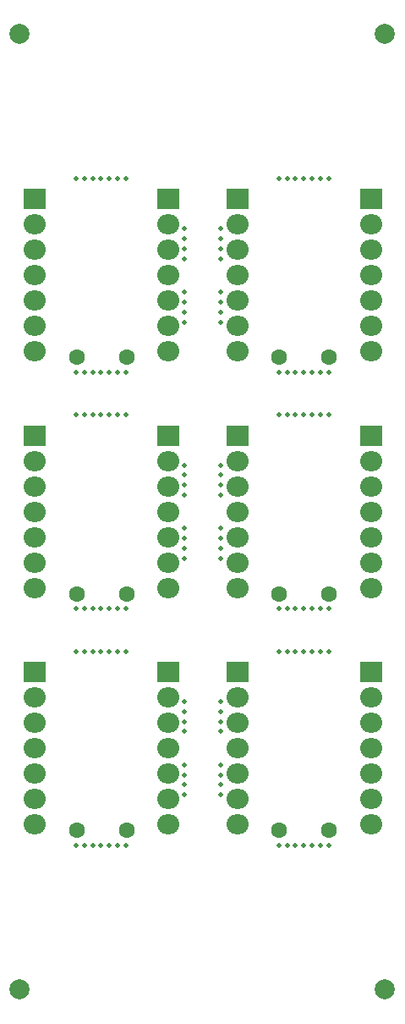
<source format=gbr>
%TF.GenerationSoftware,KiCad,Pcbnew,8.0.4*%
%TF.CreationDate,2024-09-15T23:07:02-03:00*%
%TF.ProjectId,panelized_TB67,70616e65-6c69-47a6-9564-5f544236372e,rev?*%
%TF.SameCoordinates,Original*%
%TF.FileFunction,Soldermask,Bot*%
%TF.FilePolarity,Negative*%
%FSLAX46Y46*%
G04 Gerber Fmt 4.6, Leading zero omitted, Abs format (unit mm)*
G04 Created by KiCad (PCBNEW 8.0.4) date 2024-09-15 23:07:02*
%MOMM*%
%LPD*%
G01*
G04 APERTURE LIST*
%ADD10C,0.500000*%
%ADD11C,2.000000*%
%ADD12C,1.600000*%
%ADD13R,2.200000X2.000000*%
%ADD14O,2.200000X2.000000*%
G04 APERTURE END LIST*
D10*
%TO.C,KiKit_MB_5_2*%
X150300000Y-41483834D03*
%TD*%
%TO.C,KiKit_MB_19_6*%
X140016666Y-81750500D03*
%TD*%
%TO.C,KiKit_MB_20_4*%
X138350000Y-101150500D03*
%TD*%
%TO.C,KiKit_MB_21_4*%
X150300000Y-86783833D03*
%TD*%
%TO.C,KiKit_MB_15_7*%
X161150000Y-58100500D03*
%TD*%
%TO.C,KiKit_MB_17_2*%
X146700000Y-87783833D03*
%TD*%
%TO.C,KiKit_MB_22_2*%
X150300000Y-95117166D03*
%TD*%
%TO.C,KiKit_MB_20_2*%
X140016666Y-101150500D03*
%TD*%
%TO.C,KiKit_MB_7_4*%
X158650000Y-34450500D03*
%TD*%
%TO.C,KiKit_MB_23_3*%
X157816666Y-81750500D03*
%TD*%
%TO.C,KiKit_MB_20_7*%
X135850000Y-101150500D03*
%TD*%
%TO.C,KiKit_MB_19_2*%
X136683334Y-81750500D03*
%TD*%
%TO.C,KiKit_MB_7_6*%
X160316666Y-34450500D03*
%TD*%
%TO.C,KiKit_MB_19_3*%
X137516667Y-81750500D03*
%TD*%
%TO.C,KiKit_MB_10_3*%
X146700000Y-71467166D03*
%TD*%
%TO.C,KiKit_MB_20_6*%
X136683334Y-101150500D03*
%TD*%
%TO.C,KiKit_MB_3_6*%
X140016666Y-34450500D03*
%TD*%
%TO.C,KiKit_MB_16_5*%
X157816666Y-77500500D03*
%TD*%
%TO.C,KiKit_MB_4_7*%
X135850000Y-53850500D03*
%TD*%
%TO.C,KiKit_MB_22_3*%
X150300000Y-94117166D03*
%TD*%
%TO.C,KiKit_MB_5_1*%
X150300000Y-42483834D03*
%TD*%
%TO.C,KiKit_MB_3_1*%
X135850000Y-34450500D03*
%TD*%
%TO.C,KiKit_MB_11_5*%
X139183333Y-58100500D03*
%TD*%
%TO.C,KiKit_MB_2_3*%
X146700000Y-47817166D03*
%TD*%
%TO.C,KiKit_MB_4_2*%
X140016666Y-53850500D03*
%TD*%
%TO.C,KiKit_MB_7_2*%
X156983333Y-34450500D03*
%TD*%
D11*
%TO.C,KiKit_TO_1*%
X130200000Y-20000000D03*
%TD*%
D10*
%TO.C,KiKit_MB_24_7*%
X156150000Y-101150500D03*
%TD*%
%TO.C,KiKit_MB_14_1*%
X150300000Y-72467166D03*
%TD*%
%TO.C,KiKit_MB_11_3*%
X137516667Y-58100500D03*
%TD*%
%TO.C,KiKit_MB_21_1*%
X150300000Y-89783833D03*
%TD*%
%TO.C,KiKit_MB_8_4*%
X158650000Y-53850500D03*
%TD*%
%TO.C,KiKit_MB_7_7*%
X161150000Y-34450500D03*
%TD*%
%TO.C,KiKit_MB_23_7*%
X161150000Y-81750500D03*
%TD*%
%TO.C,KiKit_MB_21_2*%
X150300000Y-88783833D03*
%TD*%
%TO.C,KiKit_MB_12_5*%
X137516667Y-77500500D03*
%TD*%
%TO.C,KiKit_MB_3_2*%
X136683334Y-34450500D03*
%TD*%
%TO.C,KiKit_MB_4_5*%
X137516667Y-53850500D03*
%TD*%
%TO.C,KiKit_MB_22_1*%
X150300000Y-96117166D03*
%TD*%
%TO.C,KiKit_MB_13_2*%
X150300000Y-65133833D03*
%TD*%
%TO.C,KiKit_MB_3_3*%
X137516667Y-34450500D03*
%TD*%
D12*
%TO.C,C3*%
X161200000Y-52350500D03*
X156200000Y-52350500D03*
%TD*%
D10*
%TO.C,KiKit_MB_24_6*%
X156983333Y-101150500D03*
%TD*%
%TO.C,KiKit_MB_9_2*%
X146700000Y-64133833D03*
%TD*%
%TO.C,KiKit_MB_18_4*%
X146700000Y-96117166D03*
%TD*%
%TO.C,KiKit_MB_10_2*%
X146700000Y-70467166D03*
%TD*%
%TO.C,KiKit_MB_23_4*%
X158650000Y-81750500D03*
%TD*%
%TO.C,KiKit_MB_8_3*%
X159483333Y-53850500D03*
%TD*%
%TO.C,KiKit_MB_9_1*%
X146700000Y-63133833D03*
%TD*%
%TO.C,KiKit_MB_21_3*%
X150300000Y-87783833D03*
%TD*%
%TO.C,KiKit_MB_6_1*%
X150300000Y-48817166D03*
%TD*%
%TO.C,KiKit_MB_12_2*%
X140016666Y-77500500D03*
%TD*%
%TO.C,KiKit_MB_18_1*%
X146700000Y-93117166D03*
%TD*%
%TO.C,KiKit_MB_15_1*%
X156150000Y-58100500D03*
%TD*%
%TO.C,KiKit_MB_24_1*%
X161150000Y-101150500D03*
%TD*%
%TO.C,KiKit_MB_1_4*%
X146700000Y-42483834D03*
%TD*%
%TO.C,KiKit_MB_23_6*%
X160316666Y-81750500D03*
%TD*%
D11*
%TO.C,KiKit_TO_3*%
X130200000Y-115601500D03*
%TD*%
%TO.C,KiKit_TO_4*%
X166800000Y-115601500D03*
%TD*%
D10*
%TO.C,KiKit_MB_4_3*%
X139183333Y-53850500D03*
%TD*%
%TO.C,KiKit_MB_13_1*%
X150300000Y-66133833D03*
%TD*%
%TO.C,KiKit_MB_14_3*%
X150300000Y-70467166D03*
%TD*%
%TO.C,KiKit_MB_7_5*%
X159483333Y-34450500D03*
%TD*%
%TO.C,KiKit_MB_13_3*%
X150300000Y-64133833D03*
%TD*%
%TO.C,KiKit_MB_17_3*%
X146700000Y-88783833D03*
%TD*%
%TO.C,KiKit_MB_24_5*%
X157816666Y-101150500D03*
%TD*%
%TO.C,KiKit_MB_24_2*%
X160316666Y-101150500D03*
%TD*%
%TO.C,KiKit_MB_5_3*%
X150300000Y-40483834D03*
%TD*%
%TO.C,KiKit_MB_16_7*%
X156150000Y-77500500D03*
%TD*%
%TO.C,KiKit_MB_18_2*%
X146700000Y-94117166D03*
%TD*%
%TO.C,KiKit_MB_20_1*%
X140850000Y-101150500D03*
%TD*%
%TO.C,KiKit_MB_11_1*%
X135850000Y-58100500D03*
%TD*%
%TO.C,KiKit_MB_17_1*%
X146700000Y-86783833D03*
%TD*%
D12*
%TO.C,C3*%
X140900000Y-52350500D03*
X135900000Y-52350500D03*
%TD*%
D10*
%TO.C,KiKit_MB_20_3*%
X139183333Y-101150500D03*
%TD*%
%TO.C,KiKit_MB_1_2*%
X146700000Y-40483834D03*
%TD*%
%TO.C,KiKit_MB_24_4*%
X158650000Y-101150500D03*
%TD*%
%TO.C,KiKit_MB_18_3*%
X146700000Y-95117166D03*
%TD*%
%TO.C,KiKit_MB_8_2*%
X160316666Y-53850500D03*
%TD*%
%TO.C,KiKit_MB_3_7*%
X140850000Y-34450500D03*
%TD*%
%TO.C,KiKit_MB_12_1*%
X140850000Y-77500500D03*
%TD*%
%TO.C,KiKit_MB_6_3*%
X150300000Y-46817166D03*
%TD*%
%TO.C,KiKit_MB_11_2*%
X136683334Y-58100500D03*
%TD*%
D11*
%TO.C,KiKit_TO_2*%
X166800000Y-20000000D03*
%TD*%
D10*
%TO.C,KiKit_MB_9_3*%
X146700000Y-65133833D03*
%TD*%
%TO.C,KiKit_MB_10_4*%
X146700000Y-72467166D03*
%TD*%
%TO.C,KiKit_MB_15_4*%
X158650000Y-58100500D03*
%TD*%
%TO.C,KiKit_MB_16_3*%
X159483333Y-77500500D03*
%TD*%
%TO.C,KiKit_MB_15_2*%
X156983333Y-58100500D03*
%TD*%
%TO.C,KiKit_MB_16_1*%
X161150000Y-77500500D03*
%TD*%
%TO.C,KiKit_MB_6_4*%
X150300000Y-45817166D03*
%TD*%
%TO.C,KiKit_MB_14_4*%
X150300000Y-69467166D03*
%TD*%
%TO.C,KiKit_MB_1_1*%
X146700000Y-39483834D03*
%TD*%
%TO.C,KiKit_MB_12_6*%
X136683334Y-77500500D03*
%TD*%
%TO.C,KiKit_MB_16_2*%
X160316666Y-77500500D03*
%TD*%
%TO.C,KiKit_MB_12_7*%
X135850000Y-77500500D03*
%TD*%
%TO.C,KiKit_MB_17_4*%
X146700000Y-89783833D03*
%TD*%
%TO.C,KiKit_MB_19_7*%
X140850000Y-81750500D03*
%TD*%
%TO.C,KiKit_MB_3_4*%
X138350000Y-34450500D03*
%TD*%
%TO.C,KiKit_MB_11_7*%
X140850000Y-58100500D03*
%TD*%
%TO.C,KiKit_MB_13_4*%
X150300000Y-63133833D03*
%TD*%
%TO.C,KiKit_MB_24_3*%
X159483333Y-101150500D03*
%TD*%
%TO.C,KiKit_MB_12_4*%
X138350000Y-77500500D03*
%TD*%
%TO.C,KiKit_MB_2_1*%
X146700000Y-45817166D03*
%TD*%
%TO.C,KiKit_MB_15_6*%
X160316666Y-58100500D03*
%TD*%
%TO.C,KiKit_MB_15_5*%
X159483333Y-58100500D03*
%TD*%
%TO.C,KiKit_MB_11_6*%
X140016666Y-58100500D03*
%TD*%
%TO.C,KiKit_MB_2_2*%
X146700000Y-46817166D03*
%TD*%
%TO.C,KiKit_MB_19_1*%
X135850000Y-81750500D03*
%TD*%
%TO.C,KiKit_MB_19_5*%
X139183333Y-81750500D03*
%TD*%
%TO.C,KiKit_MB_22_4*%
X150300000Y-93117166D03*
%TD*%
%TO.C,KiKit_MB_11_4*%
X138350000Y-58100500D03*
%TD*%
%TO.C,KiKit_MB_8_7*%
X156150000Y-53850500D03*
%TD*%
%TO.C,KiKit_MB_6_2*%
X150300000Y-47817166D03*
%TD*%
%TO.C,KiKit_MB_19_4*%
X138350000Y-81750500D03*
%TD*%
%TO.C,KiKit_MB_23_2*%
X156983333Y-81750500D03*
%TD*%
%TO.C,KiKit_MB_12_3*%
X139183333Y-77500500D03*
%TD*%
%TO.C,KiKit_MB_1_3*%
X146700000Y-41483834D03*
%TD*%
%TO.C,KiKit_MB_23_1*%
X156150000Y-81750500D03*
%TD*%
%TO.C,KiKit_MB_16_4*%
X158650000Y-77500500D03*
%TD*%
D12*
%TO.C,C3*%
X140900000Y-99650500D03*
X135900000Y-99650500D03*
%TD*%
D10*
%TO.C,KiKit_MB_8_6*%
X156983333Y-53850500D03*
%TD*%
%TO.C,KiKit_MB_16_6*%
X156983333Y-77500500D03*
%TD*%
%TO.C,KiKit_MB_20_5*%
X137516667Y-101150500D03*
%TD*%
%TO.C,KiKit_MB_8_5*%
X157816666Y-53850500D03*
%TD*%
%TO.C,KiKit_MB_10_1*%
X146700000Y-69467166D03*
%TD*%
%TO.C,KiKit_MB_15_3*%
X157816666Y-58100500D03*
%TD*%
%TO.C,KiKit_MB_8_1*%
X161150000Y-53850500D03*
%TD*%
%TO.C,KiKit_MB_3_5*%
X139183333Y-34450500D03*
%TD*%
%TO.C,KiKit_MB_9_4*%
X146700000Y-66133833D03*
%TD*%
%TO.C,KiKit_MB_7_3*%
X157816666Y-34450500D03*
%TD*%
%TO.C,KiKit_MB_4_6*%
X136683334Y-53850500D03*
%TD*%
%TO.C,KiKit_MB_7_1*%
X156150000Y-34450500D03*
%TD*%
D12*
%TO.C,C3*%
X161200000Y-76000500D03*
X156200000Y-76000500D03*
%TD*%
D10*
%TO.C,KiKit_MB_4_4*%
X138350000Y-53850500D03*
%TD*%
%TO.C,KiKit_MB_4_1*%
X140850000Y-53850500D03*
%TD*%
%TO.C,KiKit_MB_2_4*%
X146700000Y-48817166D03*
%TD*%
D12*
%TO.C,C3*%
X161200000Y-99650500D03*
X156200000Y-99650500D03*
%TD*%
D10*
%TO.C,KiKit_MB_5_4*%
X150300000Y-39483834D03*
%TD*%
%TO.C,KiKit_MB_23_5*%
X159483333Y-81750500D03*
%TD*%
%TO.C,KiKit_MB_14_2*%
X150300000Y-71467166D03*
%TD*%
D12*
%TO.C,C3*%
X140900000Y-76000500D03*
X135900000Y-76000500D03*
%TD*%
D13*
%TO.C,J2*%
X145090000Y-36510500D03*
D14*
X145090000Y-39050500D03*
X145090000Y-41590500D03*
X145090000Y-44130500D03*
X145090000Y-46670500D03*
X145090000Y-49210500D03*
X145090000Y-51750500D03*
%TD*%
D13*
%TO.C,J1*%
X131700000Y-36510500D03*
D14*
X131700000Y-39050500D03*
X131700000Y-41590500D03*
X131700000Y-44130500D03*
X131700000Y-46670500D03*
X131700000Y-49210500D03*
X131700000Y-51750500D03*
%TD*%
D13*
%TO.C,J1*%
X152000000Y-60160500D03*
D14*
X152000000Y-62700500D03*
X152000000Y-65240500D03*
X152000000Y-67780500D03*
X152000000Y-70320500D03*
X152000000Y-72860500D03*
X152000000Y-75400500D03*
%TD*%
D13*
%TO.C,J1*%
X131700000Y-83810500D03*
D14*
X131700000Y-86350500D03*
X131700000Y-88890500D03*
X131700000Y-91430500D03*
X131700000Y-93970500D03*
X131700000Y-96510500D03*
X131700000Y-99050500D03*
%TD*%
D13*
%TO.C,J2*%
X165390000Y-83810500D03*
D14*
X165390000Y-86350500D03*
X165390000Y-88890500D03*
X165390000Y-91430500D03*
X165390000Y-93970500D03*
X165390000Y-96510500D03*
X165390000Y-99050500D03*
%TD*%
D13*
%TO.C,J2*%
X145090000Y-60160500D03*
D14*
X145090000Y-62700500D03*
X145090000Y-65240500D03*
X145090000Y-67780500D03*
X145090000Y-70320500D03*
X145090000Y-72860500D03*
X145090000Y-75400500D03*
%TD*%
D13*
%TO.C,J2*%
X165390000Y-36510500D03*
D14*
X165390000Y-39050500D03*
X165390000Y-41590500D03*
X165390000Y-44130500D03*
X165390000Y-46670500D03*
X165390000Y-49210500D03*
X165390000Y-51750500D03*
%TD*%
D13*
%TO.C,J2*%
X165390000Y-60160500D03*
D14*
X165390000Y-62700500D03*
X165390000Y-65240500D03*
X165390000Y-67780500D03*
X165390000Y-70320500D03*
X165390000Y-72860500D03*
X165390000Y-75400500D03*
%TD*%
D13*
%TO.C,J1*%
X152000000Y-83810500D03*
D14*
X152000000Y-86350500D03*
X152000000Y-88890500D03*
X152000000Y-91430500D03*
X152000000Y-93970500D03*
X152000000Y-96510500D03*
X152000000Y-99050500D03*
%TD*%
D13*
%TO.C,J2*%
X145090000Y-83810500D03*
D14*
X145090000Y-86350500D03*
X145090000Y-88890500D03*
X145090000Y-91430500D03*
X145090000Y-93970500D03*
X145090000Y-96510500D03*
X145090000Y-99050500D03*
%TD*%
D13*
%TO.C,J1*%
X131700000Y-60160500D03*
D14*
X131700000Y-62700500D03*
X131700000Y-65240500D03*
X131700000Y-67780500D03*
X131700000Y-70320500D03*
X131700000Y-72860500D03*
X131700000Y-75400500D03*
%TD*%
D13*
%TO.C,J1*%
X152000000Y-36510500D03*
D14*
X152000000Y-39050500D03*
X152000000Y-41590500D03*
X152000000Y-44130500D03*
X152000000Y-46670500D03*
X152000000Y-49210500D03*
X152000000Y-51750500D03*
%TD*%
M02*

</source>
